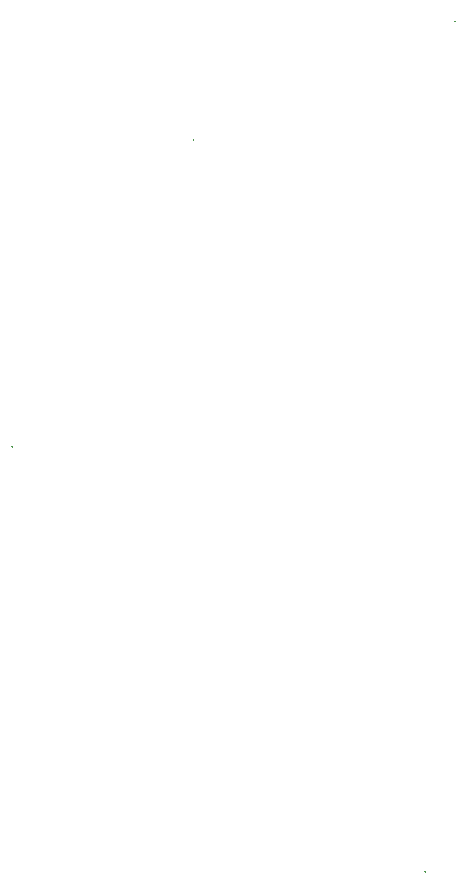
<source format=gm1>
G04*
G04 #@! TF.GenerationSoftware,Altium Limited,Altium Designer,24.2.2 (26)*
G04*
G04 Layer_Color=16711935*
%FSLAX26Y26*%
%MOIN*%
G70*
G04*
G04 #@! TF.SameCoordinates,46F5A5B2-6880-422F-88BA-D3FAC370E1DB*
G04*
G04*
G04 #@! TF.FilePolarity,Positive*
G04*
G01*
G75*
%ADD60C,0.001000*%
D60*
X1929134Y551772D02*
X1930134D01*
X1929134Y550772D02*
Y551772D01*
X1928134D02*
X1929134D01*
Y550772D02*
Y551772D01*
X551772Y1967504D02*
Y1968504D01*
X550772D02*
X551772D01*
Y1969504D01*
X550772Y1968504D02*
X551772D01*
X2027559Y3385236D02*
X2028559D01*
X2027559D02*
Y3386236D01*
X2026559Y3385236D02*
X2027559D01*
Y3386236D01*
X1157482Y2990778D02*
X1158189Y2991485D01*
X1156774D02*
X1157482Y2990778D01*
X1156774Y2990071D02*
X1157482Y2990778D01*
X1156774Y2991485D02*
X1157482Y2990778D01*
M02*

</source>
